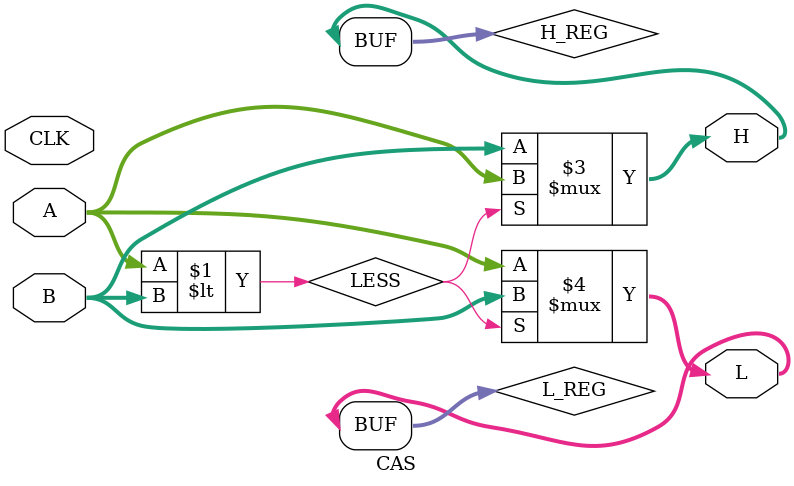
<source format=v>
`timescale 1ns / 1ps

module CAS #(
	parameter DATA_WIDTH = 16,
	parameter POLARITY = 0, // 0 - ascending, 1 - descending
	parameter SIGNED = 0, // 0 - unsigned, 1 - signed
	parameter REGOUT_EN = 0 // 0 - combinational output, 1 - registered output
)
(
	input wire CLK,
	input wire [DATA_WIDTH-1:0]A,
	input wire [DATA_WIDTH-1:0]B,
	output reg [DATA_WIDTH-1:0]H, 
	output reg [DATA_WIDTH-1:0]L
);

reg [DATA_WIDTH-1:0]H_REG;
reg [DATA_WIDTH-1:0]L_REG;

wire LESS; // A < B

generate
	if (SIGNED == 0) begin
		assign LESS = $unsigned(A) < $unsigned(B);	
	end else begin
		assign LESS = $signed(A) < $signed(B);
	end
	
	if (POLARITY == 0) begin
		always @(*) begin
			H_REG = (LESS) ? A : B;
			L_REG = (LESS) ? B : A;
		end
	end else begin
		always @(*) begin
			H_REG = (LESS) ? B : A;
			L_REG = (LESS) ? A : B;
		end
	end
	if (REGOUT_EN == 1) begin
		always @(posedge CLK) begin
			H <= H_REG;
			L <= L_REG;
		end
	end else begin
		always @(*) begin
			H = H_REG;
			L = L_REG;
		end
	end
endgenerate

endmodule

</source>
